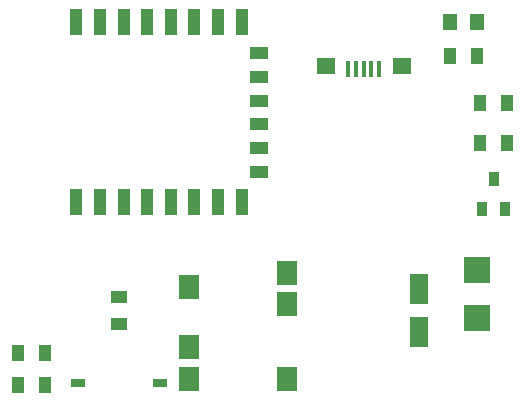
<source format=gtp>
G04 Layer_Color=8421504*
%FSTAX24Y24*%
%MOIN*%
G70*
G01*
G75*
%ADD10R,0.0630X0.1024*%
%ADD11R,0.0906X0.0900*%
%ADD13R,0.0157X0.0532*%
%ADD14R,0.0630X0.0551*%
%ADD15R,0.0394X0.0550*%
%ADD16R,0.0500X0.0550*%
%ADD17R,0.0335X0.0472*%
%ADD18R,0.0472X0.0315*%
%ADD19R,0.0550X0.0394*%
%ADD20R,0.0394X0.0886*%
%ADD21R,0.0591X0.0394*%
%ADD22R,0.0689X0.0787*%
D10*
X06253Y013251D02*
D03*
Y014669D02*
D03*
D11*
X06449Y01372D02*
D03*
Y01532D02*
D03*
D13*
X061212Y022007D02*
D03*
X060956D02*
D03*
X0607D02*
D03*
X060444D02*
D03*
X060188D02*
D03*
D14*
X06196Y022095D02*
D03*
X05944D02*
D03*
D15*
X06458Y02086D02*
D03*
X06548D02*
D03*
X06548Y01953D02*
D03*
X06458D02*
D03*
X04919Y01147D02*
D03*
X05009D02*
D03*
X04919Y01255D02*
D03*
X05009D02*
D03*
X06356Y02243D02*
D03*
X06446D02*
D03*
D16*
X06357Y02358D02*
D03*
X06447D02*
D03*
D17*
X064656Y017348D02*
D03*
X0654Y01735D02*
D03*
X06503Y018332D02*
D03*
D18*
X051162Y01155D02*
D03*
X053918D02*
D03*
D19*
X052545Y01441D02*
D03*
Y01351D02*
D03*
D20*
X056632Y023562D02*
D03*
X055844D02*
D03*
X055057D02*
D03*
X05427D02*
D03*
X053482D02*
D03*
X052695D02*
D03*
X051907D02*
D03*
X05112D02*
D03*
Y017558D02*
D03*
X051907D02*
D03*
X052695D02*
D03*
X053482D02*
D03*
X05427D02*
D03*
X055057D02*
D03*
X055844D02*
D03*
X056632D02*
D03*
D21*
X057222Y018591D02*
D03*
Y019379D02*
D03*
Y020166D02*
D03*
Y020953D02*
D03*
Y021741D02*
D03*
Y022528D02*
D03*
D22*
X054867Y014743D02*
D03*
Y012755D02*
D03*
Y011672D02*
D03*
X058155D02*
D03*
Y014172D02*
D03*
Y015196D02*
D03*
M02*

</source>
